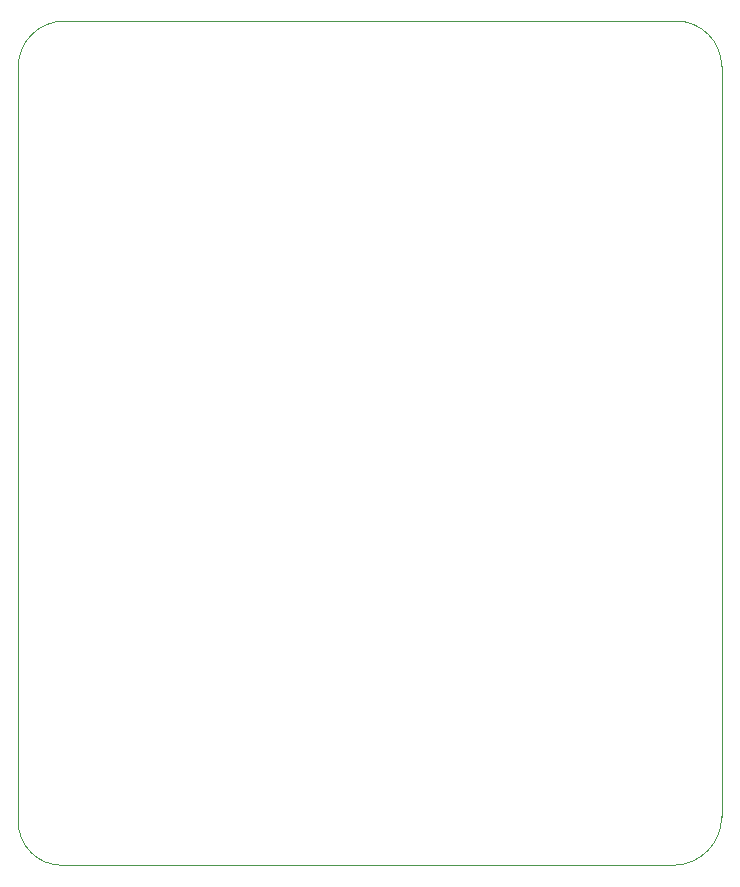
<source format=gko>
G04*
G04 #@! TF.GenerationSoftware,Altium Limited,Altium Designer,20.0.11 (256)*
G04*
G04 Layer_Color=16711935*
%FSLAX25Y25*%
%MOIN*%
G70*
G01*
G75*
%ADD12C,0.00394*%
D12*
X-18047Y-3988D02*
G03*
X-3512Y-18524I14535J-0D01*
G01*
X-2693Y262886D02*
G03*
X-18047Y247532I0J-15354D01*
G01*
X216429Y247732D02*
G03*
X201276Y262886I-15154J0D01*
G01*
X200244Y-18524D02*
G03*
X216429Y-2339I0J16185D01*
G01*
X-18047Y247532D02*
X-18047Y-3988D01*
X-2693Y262886D02*
X201276Y262886D01*
X216429Y-2339D02*
X216429Y247732D01*
X-3512Y-18524D02*
X200244Y-18524D01*
M02*

</source>
